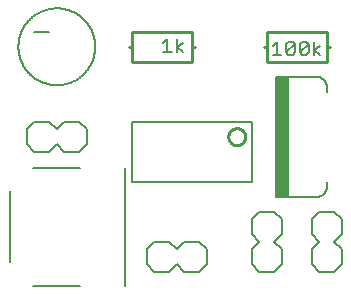
<source format=gto>
G75*
%MOIN*%
%OFA0B0*%
%FSLAX25Y25*%
%IPPOS*%
%LPD*%
%AMOC8*
5,1,8,0,0,1.08239X$1,22.5*
%
%ADD10C,0.00800*%
%ADD11C,0.01000*%
%ADD12R,0.04000X0.40000*%
D10*
X0038408Y0015389D02*
X0038408Y0039011D01*
X0046282Y0046885D02*
X0062030Y0046885D01*
X0061656Y0052200D02*
X0056656Y0052200D01*
X0054156Y0054700D01*
X0051656Y0052200D01*
X0046656Y0052200D01*
X0044156Y0054700D01*
X0044156Y0059700D01*
X0046656Y0062200D01*
X0051656Y0062200D01*
X0054156Y0059700D01*
X0056656Y0062200D01*
X0061656Y0062200D01*
X0064156Y0059700D01*
X0064156Y0054700D01*
X0061656Y0052200D01*
X0076991Y0046885D02*
X0076991Y0007515D01*
X0084156Y0014700D02*
X0086656Y0012200D01*
X0091656Y0012200D01*
X0094156Y0014700D01*
X0096656Y0012200D01*
X0101656Y0012200D01*
X0104156Y0014700D01*
X0104156Y0019700D01*
X0101656Y0022200D01*
X0096656Y0022200D01*
X0094156Y0019700D01*
X0091656Y0022200D01*
X0086656Y0022200D01*
X0084156Y0019700D01*
X0084156Y0014700D01*
X0062030Y0007515D02*
X0046282Y0007515D01*
X0079156Y0042200D02*
X0079156Y0062200D01*
X0119156Y0062200D01*
X0119156Y0058200D01*
X0119156Y0056200D01*
X0119156Y0058200D02*
X0119156Y0042200D01*
X0079156Y0042200D01*
X0119156Y0029700D02*
X0119156Y0024700D01*
X0121656Y0022200D01*
X0119156Y0019700D01*
X0119156Y0014700D01*
X0121656Y0012200D01*
X0126656Y0012200D01*
X0129156Y0014700D01*
X0129156Y0019700D01*
X0126656Y0022200D01*
X0129156Y0024700D01*
X0129156Y0029700D01*
X0126656Y0032200D01*
X0121656Y0032200D01*
X0119156Y0029700D01*
X0127156Y0037200D02*
X0127156Y0077200D01*
X0131156Y0077200D01*
X0131156Y0037200D01*
X0127156Y0037200D01*
X0131156Y0037200D02*
X0140656Y0037200D01*
X0140771Y0037199D01*
X0140886Y0037202D01*
X0141001Y0037209D01*
X0141116Y0037220D01*
X0141230Y0037235D01*
X0141344Y0037253D01*
X0141457Y0037275D01*
X0141570Y0037301D01*
X0141681Y0037331D01*
X0141791Y0037365D01*
X0141901Y0037402D01*
X0142008Y0037443D01*
X0142115Y0037488D01*
X0142219Y0037536D01*
X0142323Y0037588D01*
X0142424Y0037643D01*
X0142523Y0037702D01*
X0142621Y0037763D01*
X0142716Y0037829D01*
X0142809Y0037897D01*
X0142899Y0037968D01*
X0142987Y0038043D01*
X0143073Y0038120D01*
X0143156Y0038200D01*
X0143236Y0038283D01*
X0143313Y0038369D01*
X0143388Y0038457D01*
X0143459Y0038547D01*
X0143527Y0038640D01*
X0143593Y0038735D01*
X0143654Y0038833D01*
X0143713Y0038932D01*
X0143768Y0039033D01*
X0143820Y0039137D01*
X0143868Y0039241D01*
X0143913Y0039348D01*
X0143954Y0039455D01*
X0143991Y0039565D01*
X0144025Y0039675D01*
X0144055Y0039786D01*
X0144081Y0039899D01*
X0144103Y0040012D01*
X0144121Y0040126D01*
X0144136Y0040240D01*
X0144147Y0040355D01*
X0144154Y0040470D01*
X0144157Y0040585D01*
X0144156Y0040700D01*
X0144156Y0042200D01*
X0146656Y0032200D02*
X0141656Y0032200D01*
X0139156Y0029700D01*
X0139156Y0024700D01*
X0141656Y0022200D01*
X0139156Y0019700D01*
X0139156Y0014700D01*
X0141656Y0012200D01*
X0146656Y0012200D01*
X0149156Y0014700D01*
X0149156Y0019700D01*
X0146656Y0022200D01*
X0149156Y0024700D01*
X0149156Y0029700D01*
X0146656Y0032200D01*
X0144156Y0072200D02*
X0144156Y0073700D01*
X0144157Y0073815D01*
X0144154Y0073930D01*
X0144147Y0074045D01*
X0144136Y0074160D01*
X0144121Y0074274D01*
X0144103Y0074388D01*
X0144081Y0074501D01*
X0144055Y0074614D01*
X0144025Y0074725D01*
X0143991Y0074835D01*
X0143954Y0074945D01*
X0143913Y0075052D01*
X0143868Y0075159D01*
X0143820Y0075263D01*
X0143768Y0075367D01*
X0143713Y0075468D01*
X0143654Y0075567D01*
X0143593Y0075665D01*
X0143527Y0075760D01*
X0143459Y0075853D01*
X0143388Y0075943D01*
X0143313Y0076031D01*
X0143236Y0076117D01*
X0143156Y0076200D01*
X0143073Y0076280D01*
X0142987Y0076357D01*
X0142899Y0076432D01*
X0142809Y0076503D01*
X0142716Y0076571D01*
X0142621Y0076637D01*
X0142523Y0076698D01*
X0142424Y0076757D01*
X0142323Y0076812D01*
X0142219Y0076864D01*
X0142115Y0076912D01*
X0142008Y0076957D01*
X0141901Y0076998D01*
X0141791Y0077035D01*
X0141681Y0077069D01*
X0141570Y0077099D01*
X0141457Y0077125D01*
X0141344Y0077147D01*
X0141230Y0077165D01*
X0141116Y0077180D01*
X0141001Y0077191D01*
X0140886Y0077198D01*
X0140771Y0077201D01*
X0140656Y0077200D01*
X0131156Y0077200D01*
X0131360Y0084600D02*
X0130660Y0085301D01*
X0133462Y0088103D01*
X0133462Y0085301D01*
X0132762Y0084600D01*
X0131360Y0084600D01*
X0130660Y0085301D02*
X0130660Y0088103D01*
X0131360Y0088804D01*
X0132762Y0088804D01*
X0133462Y0088103D01*
X0135264Y0088103D02*
X0135964Y0088804D01*
X0137366Y0088804D01*
X0138066Y0088103D01*
X0135264Y0085301D01*
X0135964Y0084600D01*
X0137366Y0084600D01*
X0138066Y0085301D01*
X0138066Y0088103D01*
X0139868Y0088804D02*
X0139868Y0084600D01*
X0139868Y0086001D02*
X0141969Y0087402D01*
X0139868Y0086001D02*
X0141969Y0084600D01*
X0135264Y0085301D02*
X0135264Y0088103D01*
X0128858Y0084600D02*
X0126056Y0084600D01*
X0127457Y0084600D02*
X0127457Y0088804D01*
X0126056Y0087402D01*
X0096321Y0088402D02*
X0094219Y0087001D01*
X0096321Y0085600D01*
X0094219Y0085600D02*
X0094219Y0089804D01*
X0091017Y0089804D02*
X0091017Y0085600D01*
X0092418Y0085600D02*
X0089615Y0085600D01*
X0089615Y0088402D02*
X0091017Y0089804D01*
X0041361Y0087200D02*
X0041365Y0087514D01*
X0041376Y0087828D01*
X0041396Y0088141D01*
X0041423Y0088454D01*
X0041457Y0088766D01*
X0041499Y0089077D01*
X0041549Y0089387D01*
X0041607Y0089696D01*
X0041672Y0090003D01*
X0041744Y0090309D01*
X0041824Y0090613D01*
X0041912Y0090914D01*
X0042007Y0091214D01*
X0042109Y0091511D01*
X0042218Y0091805D01*
X0042335Y0092096D01*
X0042459Y0092385D01*
X0042589Y0092671D01*
X0042727Y0092953D01*
X0042872Y0093232D01*
X0043023Y0093507D01*
X0043181Y0093778D01*
X0043346Y0094045D01*
X0043517Y0094309D01*
X0043695Y0094567D01*
X0043879Y0094822D01*
X0044069Y0095072D01*
X0044265Y0095317D01*
X0044468Y0095557D01*
X0044676Y0095793D01*
X0044889Y0096023D01*
X0045109Y0096247D01*
X0045333Y0096467D01*
X0045563Y0096680D01*
X0045799Y0096888D01*
X0046039Y0097091D01*
X0046284Y0097287D01*
X0046534Y0097477D01*
X0046789Y0097661D01*
X0047047Y0097839D01*
X0047311Y0098010D01*
X0047578Y0098175D01*
X0047849Y0098333D01*
X0048124Y0098484D01*
X0048403Y0098629D01*
X0048685Y0098767D01*
X0048971Y0098897D01*
X0049260Y0099021D01*
X0049551Y0099138D01*
X0049845Y0099247D01*
X0050142Y0099349D01*
X0050442Y0099444D01*
X0050743Y0099532D01*
X0051047Y0099612D01*
X0051353Y0099684D01*
X0051660Y0099749D01*
X0051969Y0099807D01*
X0052279Y0099857D01*
X0052590Y0099899D01*
X0052902Y0099933D01*
X0053215Y0099960D01*
X0053528Y0099980D01*
X0053842Y0099991D01*
X0054156Y0099995D01*
X0054470Y0099991D01*
X0054784Y0099980D01*
X0055097Y0099960D01*
X0055410Y0099933D01*
X0055722Y0099899D01*
X0056033Y0099857D01*
X0056343Y0099807D01*
X0056652Y0099749D01*
X0056959Y0099684D01*
X0057265Y0099612D01*
X0057569Y0099532D01*
X0057870Y0099444D01*
X0058170Y0099349D01*
X0058467Y0099247D01*
X0058761Y0099138D01*
X0059052Y0099021D01*
X0059341Y0098897D01*
X0059627Y0098767D01*
X0059909Y0098629D01*
X0060188Y0098484D01*
X0060463Y0098333D01*
X0060734Y0098175D01*
X0061001Y0098010D01*
X0061265Y0097839D01*
X0061523Y0097661D01*
X0061778Y0097477D01*
X0062028Y0097287D01*
X0062273Y0097091D01*
X0062513Y0096888D01*
X0062749Y0096680D01*
X0062979Y0096467D01*
X0063203Y0096247D01*
X0063423Y0096023D01*
X0063636Y0095793D01*
X0063844Y0095557D01*
X0064047Y0095317D01*
X0064243Y0095072D01*
X0064433Y0094822D01*
X0064617Y0094567D01*
X0064795Y0094309D01*
X0064966Y0094045D01*
X0065131Y0093778D01*
X0065289Y0093507D01*
X0065440Y0093232D01*
X0065585Y0092953D01*
X0065723Y0092671D01*
X0065853Y0092385D01*
X0065977Y0092096D01*
X0066094Y0091805D01*
X0066203Y0091511D01*
X0066305Y0091214D01*
X0066400Y0090914D01*
X0066488Y0090613D01*
X0066568Y0090309D01*
X0066640Y0090003D01*
X0066705Y0089696D01*
X0066763Y0089387D01*
X0066813Y0089077D01*
X0066855Y0088766D01*
X0066889Y0088454D01*
X0066916Y0088141D01*
X0066936Y0087828D01*
X0066947Y0087514D01*
X0066951Y0087200D01*
X0066947Y0086886D01*
X0066936Y0086572D01*
X0066916Y0086259D01*
X0066889Y0085946D01*
X0066855Y0085634D01*
X0066813Y0085323D01*
X0066763Y0085013D01*
X0066705Y0084704D01*
X0066640Y0084397D01*
X0066568Y0084091D01*
X0066488Y0083787D01*
X0066400Y0083486D01*
X0066305Y0083186D01*
X0066203Y0082889D01*
X0066094Y0082595D01*
X0065977Y0082304D01*
X0065853Y0082015D01*
X0065723Y0081729D01*
X0065585Y0081447D01*
X0065440Y0081168D01*
X0065289Y0080893D01*
X0065131Y0080622D01*
X0064966Y0080355D01*
X0064795Y0080091D01*
X0064617Y0079833D01*
X0064433Y0079578D01*
X0064243Y0079328D01*
X0064047Y0079083D01*
X0063844Y0078843D01*
X0063636Y0078607D01*
X0063423Y0078377D01*
X0063203Y0078153D01*
X0062979Y0077933D01*
X0062749Y0077720D01*
X0062513Y0077512D01*
X0062273Y0077309D01*
X0062028Y0077113D01*
X0061778Y0076923D01*
X0061523Y0076739D01*
X0061265Y0076561D01*
X0061001Y0076390D01*
X0060734Y0076225D01*
X0060463Y0076067D01*
X0060188Y0075916D01*
X0059909Y0075771D01*
X0059627Y0075633D01*
X0059341Y0075503D01*
X0059052Y0075379D01*
X0058761Y0075262D01*
X0058467Y0075153D01*
X0058170Y0075051D01*
X0057870Y0074956D01*
X0057569Y0074868D01*
X0057265Y0074788D01*
X0056959Y0074716D01*
X0056652Y0074651D01*
X0056343Y0074593D01*
X0056033Y0074543D01*
X0055722Y0074501D01*
X0055410Y0074467D01*
X0055097Y0074440D01*
X0054784Y0074420D01*
X0054470Y0074409D01*
X0054156Y0074405D01*
X0053842Y0074409D01*
X0053528Y0074420D01*
X0053215Y0074440D01*
X0052902Y0074467D01*
X0052590Y0074501D01*
X0052279Y0074543D01*
X0051969Y0074593D01*
X0051660Y0074651D01*
X0051353Y0074716D01*
X0051047Y0074788D01*
X0050743Y0074868D01*
X0050442Y0074956D01*
X0050142Y0075051D01*
X0049845Y0075153D01*
X0049551Y0075262D01*
X0049260Y0075379D01*
X0048971Y0075503D01*
X0048685Y0075633D01*
X0048403Y0075771D01*
X0048124Y0075916D01*
X0047849Y0076067D01*
X0047578Y0076225D01*
X0047311Y0076390D01*
X0047047Y0076561D01*
X0046789Y0076739D01*
X0046534Y0076923D01*
X0046284Y0077113D01*
X0046039Y0077309D01*
X0045799Y0077512D01*
X0045563Y0077720D01*
X0045333Y0077933D01*
X0045109Y0078153D01*
X0044889Y0078377D01*
X0044676Y0078607D01*
X0044468Y0078843D01*
X0044265Y0079083D01*
X0044069Y0079328D01*
X0043879Y0079578D01*
X0043695Y0079833D01*
X0043517Y0080091D01*
X0043346Y0080355D01*
X0043181Y0080622D01*
X0043023Y0080893D01*
X0042872Y0081168D01*
X0042727Y0081447D01*
X0042589Y0081729D01*
X0042459Y0082015D01*
X0042335Y0082304D01*
X0042218Y0082595D01*
X0042109Y0082889D01*
X0042007Y0083186D01*
X0041912Y0083486D01*
X0041824Y0083787D01*
X0041744Y0084091D01*
X0041672Y0084397D01*
X0041607Y0084704D01*
X0041549Y0085013D01*
X0041499Y0085323D01*
X0041457Y0085634D01*
X0041423Y0085946D01*
X0041396Y0086259D01*
X0041376Y0086572D01*
X0041365Y0086886D01*
X0041361Y0087200D01*
X0046656Y0092200D02*
X0051656Y0092200D01*
D11*
X0078156Y0087200D02*
X0079156Y0087200D01*
X0079156Y0092200D01*
X0099156Y0092200D01*
X0099156Y0087200D01*
X0100156Y0087200D01*
X0099156Y0087200D02*
X0099156Y0082200D01*
X0079156Y0082200D01*
X0079156Y0087200D01*
X0123156Y0087200D02*
X0124156Y0087200D01*
X0124156Y0092200D01*
X0144156Y0092200D01*
X0144156Y0087200D01*
X0145156Y0087200D01*
X0144156Y0087200D02*
X0144156Y0082200D01*
X0124156Y0082200D01*
X0124156Y0087200D01*
X0111328Y0057200D02*
X0111330Y0057306D01*
X0111336Y0057411D01*
X0111346Y0057517D01*
X0111360Y0057621D01*
X0111377Y0057726D01*
X0111399Y0057829D01*
X0111424Y0057932D01*
X0111454Y0058034D01*
X0111487Y0058134D01*
X0111523Y0058233D01*
X0111564Y0058331D01*
X0111608Y0058427D01*
X0111656Y0058521D01*
X0111707Y0058614D01*
X0111761Y0058705D01*
X0111819Y0058793D01*
X0111881Y0058879D01*
X0111945Y0058963D01*
X0112012Y0059045D01*
X0112083Y0059124D01*
X0112156Y0059200D01*
X0112232Y0059273D01*
X0112311Y0059344D01*
X0112393Y0059411D01*
X0112477Y0059475D01*
X0112563Y0059537D01*
X0112651Y0059595D01*
X0112742Y0059649D01*
X0112835Y0059700D01*
X0112929Y0059748D01*
X0113025Y0059792D01*
X0113123Y0059833D01*
X0113222Y0059869D01*
X0113322Y0059902D01*
X0113424Y0059932D01*
X0113527Y0059957D01*
X0113630Y0059979D01*
X0113735Y0059996D01*
X0113839Y0060010D01*
X0113945Y0060020D01*
X0114050Y0060026D01*
X0114156Y0060028D01*
X0114262Y0060026D01*
X0114367Y0060020D01*
X0114473Y0060010D01*
X0114577Y0059996D01*
X0114682Y0059979D01*
X0114785Y0059957D01*
X0114888Y0059932D01*
X0114990Y0059902D01*
X0115090Y0059869D01*
X0115189Y0059833D01*
X0115287Y0059792D01*
X0115383Y0059748D01*
X0115477Y0059700D01*
X0115570Y0059649D01*
X0115661Y0059595D01*
X0115749Y0059537D01*
X0115835Y0059475D01*
X0115919Y0059411D01*
X0116001Y0059344D01*
X0116080Y0059273D01*
X0116156Y0059200D01*
X0116229Y0059124D01*
X0116300Y0059045D01*
X0116367Y0058963D01*
X0116431Y0058879D01*
X0116493Y0058793D01*
X0116551Y0058705D01*
X0116605Y0058614D01*
X0116656Y0058521D01*
X0116704Y0058427D01*
X0116748Y0058331D01*
X0116789Y0058233D01*
X0116825Y0058134D01*
X0116858Y0058034D01*
X0116888Y0057932D01*
X0116913Y0057829D01*
X0116935Y0057726D01*
X0116952Y0057621D01*
X0116966Y0057517D01*
X0116976Y0057411D01*
X0116982Y0057306D01*
X0116984Y0057200D01*
X0116982Y0057094D01*
X0116976Y0056989D01*
X0116966Y0056883D01*
X0116952Y0056779D01*
X0116935Y0056674D01*
X0116913Y0056571D01*
X0116888Y0056468D01*
X0116858Y0056366D01*
X0116825Y0056266D01*
X0116789Y0056167D01*
X0116748Y0056069D01*
X0116704Y0055973D01*
X0116656Y0055879D01*
X0116605Y0055786D01*
X0116551Y0055695D01*
X0116493Y0055607D01*
X0116431Y0055521D01*
X0116367Y0055437D01*
X0116300Y0055355D01*
X0116229Y0055276D01*
X0116156Y0055200D01*
X0116080Y0055127D01*
X0116001Y0055056D01*
X0115919Y0054989D01*
X0115835Y0054925D01*
X0115749Y0054863D01*
X0115661Y0054805D01*
X0115570Y0054751D01*
X0115477Y0054700D01*
X0115383Y0054652D01*
X0115287Y0054608D01*
X0115189Y0054567D01*
X0115090Y0054531D01*
X0114990Y0054498D01*
X0114888Y0054468D01*
X0114785Y0054443D01*
X0114682Y0054421D01*
X0114577Y0054404D01*
X0114473Y0054390D01*
X0114367Y0054380D01*
X0114262Y0054374D01*
X0114156Y0054372D01*
X0114050Y0054374D01*
X0113945Y0054380D01*
X0113839Y0054390D01*
X0113735Y0054404D01*
X0113630Y0054421D01*
X0113527Y0054443D01*
X0113424Y0054468D01*
X0113322Y0054498D01*
X0113222Y0054531D01*
X0113123Y0054567D01*
X0113025Y0054608D01*
X0112929Y0054652D01*
X0112835Y0054700D01*
X0112742Y0054751D01*
X0112651Y0054805D01*
X0112563Y0054863D01*
X0112477Y0054925D01*
X0112393Y0054989D01*
X0112311Y0055056D01*
X0112232Y0055127D01*
X0112156Y0055200D01*
X0112083Y0055276D01*
X0112012Y0055355D01*
X0111945Y0055437D01*
X0111881Y0055521D01*
X0111819Y0055607D01*
X0111761Y0055695D01*
X0111707Y0055786D01*
X0111656Y0055879D01*
X0111608Y0055973D01*
X0111564Y0056069D01*
X0111523Y0056167D01*
X0111487Y0056266D01*
X0111454Y0056366D01*
X0111424Y0056468D01*
X0111399Y0056571D01*
X0111377Y0056674D01*
X0111360Y0056779D01*
X0111346Y0056883D01*
X0111336Y0056989D01*
X0111330Y0057094D01*
X0111328Y0057200D01*
D12*
X0129156Y0057200D03*
M02*

</source>
